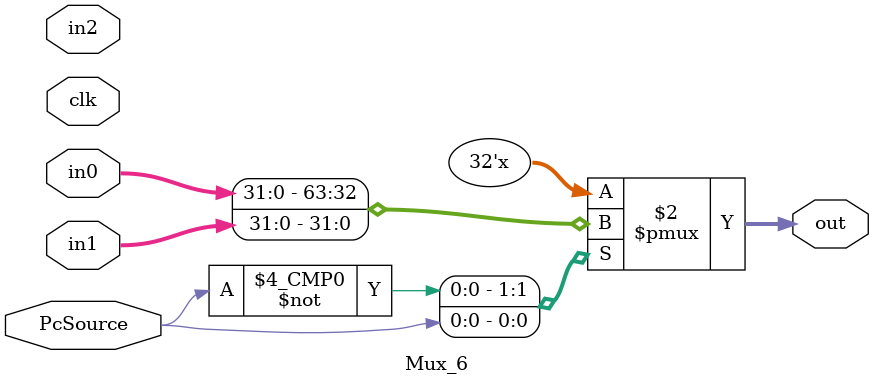
<source format=v>
module Mux_1(
	input clk,
	input lorD,
	input [31:0] in0,//pc_out ,
	input [31:0] in1,//alu_out,
	output reg[31:0] out//address
);
//assign out=(lord)?in1:in0;
always@(*)
begin
	case(lorD)
		0: out <= in0;
		1: out <= in1;
		default: out = 32'bx;
	endcase
end
endmodule



module Mux_2(
	input clk,
	input RegDst,
	input [4:0] in0,//i20_16,
	input [4:0] in1,//i15_11,
	output reg[4:0] out
);
always@(*)
begin
	case(RegDst)
		0: out = in0;
		1: out = in1;
		default: out = 32'bx;
	endcase
end
endmodule

module Mux_3(
	input clk,
	input MemtoReg,
	input [31:0] in0,//alu_out,
	input [31:0] in1,//memdata,
	output reg[31:0] out//mux_out
);
always@(*)
begin
	case(MemtoReg)
		0: out = in0;
		1: out = in1;
		default: out = 32'bx;
	endcase
end
endmodule

module Mux_4(
	input clk,
	input ALUSrcA,
	input [31:0]in0,//PC
	input [31:0]in1,//A
	output reg[31:0]out
);
always@(*)
begin
	case(ALUSrcA)
		0: out = in0;
		1: out = in1;
		default: out = 32'bx;
	endcase
end
endmodule

module Mux_5(
	input clk,
	input ALUSrcB,
	input [31:0]in0,
	input [31:0]in2,
	input [31:0]in3, 
	output reg[31:0]out
);
always@(*)
begin
	case(ALUSrcB)
		2'b00: out <= in0;
		2'b01: out <= 32'd4;
		2'b10: out <= in2;
		2'b11: out <= in3;
		default: out <= 32'bx;
	endcase
end
endmodule


module Mux_6(
    input clk,
	input PcSource,
	input [31:0]in0,//ALUresult
	input [31:0]in1,//ALUout
	input [31:0]in2, //addr[31:0]
	output reg[31:0]out//PC_in
);
always@(*)
begin
	case(PcSource)
		2'b00: out = in0;
		2'b01: out = in1;
		2'b10: out = in2;
		default: out = 32'bx;
	endcase
end
endmodule
</source>
